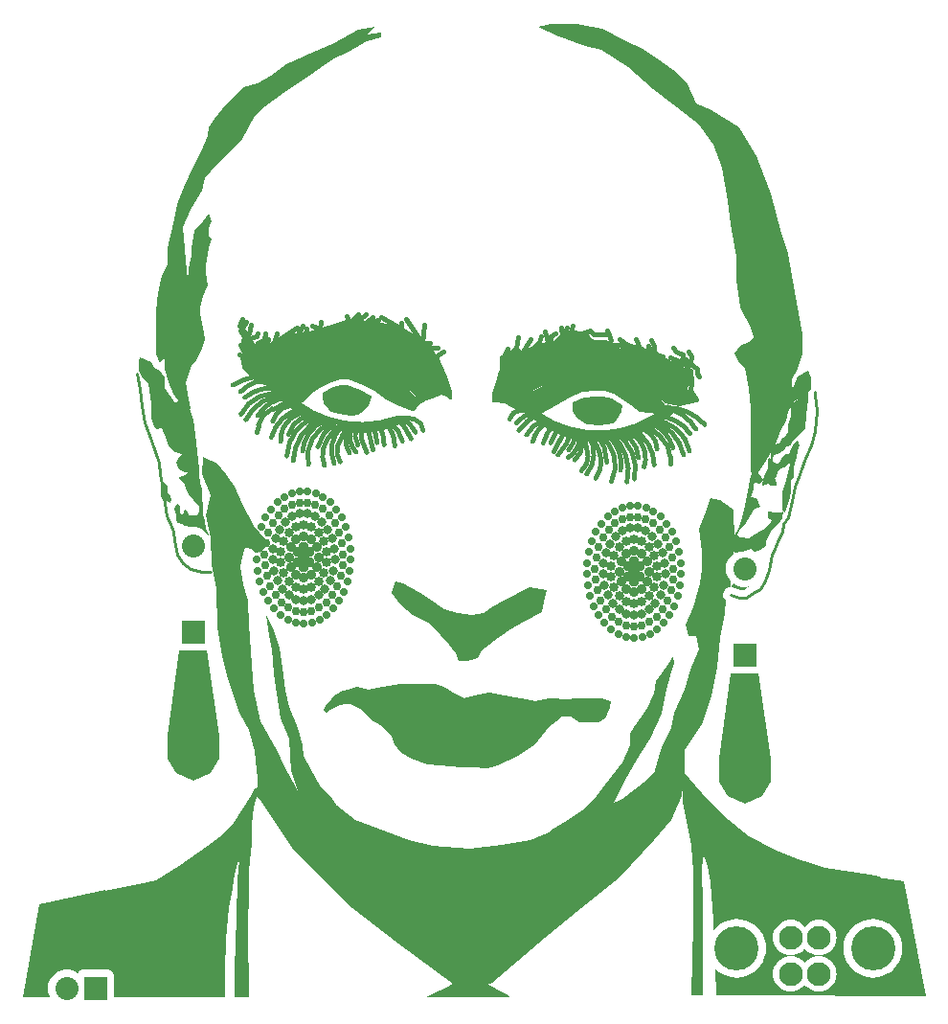
<source format=gtl>
G04 start of page 2 for group 3 layer_idx 0 *
G04 Title: (unknown), top_copper *
G04 Creator: pcb-rnd 3.1.4-dev *
G04 CreationDate: 2024-02-11 09:55:08 UTC *
G04 For: STEM4ukraine *
G04 Format: Gerber/RS-274X *
G04 PCB-Dimensions: 334646 393701 *
G04 PCB-Coordinate-Origin: lower left *
%MOIN*%
%FSLAX25Y25*%
%LNTOP_COPPER_NONE_3*%
%ADD27C,0.0362*%
%ADD26C,0.0906*%
%ADD25C,0.1220*%
%ADD24C,0.0827*%
%ADD23C,0.1535*%
%ADD22C,0.0800*%
%ADD21C,0.0200*%
%ADD20C,0.0295*%
%ADD19C,0.0374*%
%ADD18C,0.0394*%
%ADD17C,0.0276*%
%ADD16C,0.0315*%
%ADD15C,0.0335*%
%ADD14C,0.0354*%
%ADD13C,0.0150*%
%ADD12C,0.0100*%
%ADD11C,0.0001*%
G54D11*G36*
X263000Y212201D02*Y230701D01*
X262500Y237201D01*
X261000Y244701D01*
X259000Y246201D01*
X257500Y249701D01*
X259500Y252201D01*
X262500Y253701D01*
X264000Y255201D01*
X263000Y258701D01*
X259500Y265701D01*
X258000Y275201D01*
Y283201D01*
X256000Y294701D01*
X255000Y302701D01*
X253000Y314201D01*
X250000Y322201D01*
X245000Y329201D01*
X237500Y335201D01*
X229000Y341701D01*
X220500Y349201D01*
X211000Y355201D01*
X205500Y356701D01*
X195500Y360201D01*
X189000Y363201D01*
X193500Y364201D01*
X202500D01*
X211500Y362701D01*
X219000Y358701D01*
X225500Y355701D01*
X231500Y351701D01*
X237500Y347201D01*
X241000Y343201D01*
X244000Y336701D01*
X249500Y334201D01*
X259000Y328201D01*
X265000Y318201D01*
X270000Y305201D01*
X273500Y292701D01*
X276000Y284201D01*
X279000Y267201D01*
X281000Y256201D01*
Y249201D01*
X279500Y244201D01*
X277500Y240701D01*
Y236701D01*
X279500Y241701D01*
X283000Y243701D01*
X284000Y241201D01*
Y237201D01*
X281500Y234201D01*
X278500Y233201D01*
X276000Y229201D01*
X275500Y226201D01*
X273500Y222701D01*
X271500Y217201D01*
X268500Y212201D01*
X263500Y204701D01*
X263000Y212201D01*
G37*
G36*
X270500D02*X270000Y212701D01*
Y214701D01*
X270500Y216701D01*
X272000Y218201D01*
X273000D01*
X274000Y220201D01*
X275000Y220701D01*
X276000Y222201D01*
Y224701D01*
X277000Y227701D01*
Y231701D01*
X283000Y236701D01*
Y233701D01*
X282500Y228201D01*
X282000Y223701D01*
X280500Y221701D01*
X279000Y220701D01*
X277500Y218701D01*
X277000Y217701D01*
X275500Y217201D01*
X275000Y216201D01*
X274000Y215701D01*
X272500Y214701D01*
X271000Y214201D01*
X270500Y211701D01*
Y212201D01*
G37*
G36*
X267000Y204201D02*X267500Y205701D01*
X268000Y207701D01*
X269000Y209701D01*
Y212201D01*
X269500Y213701D01*
X270500Y212201D01*
X272000Y211201D01*
X273000Y211701D01*
X274000Y213701D01*
X275000Y214701D01*
X276500D01*
X277000Y216201D01*
X278000Y218201D01*
X279500Y219701D01*
X280000Y217701D01*
X279500Y215701D01*
X279000Y213201D01*
X278500Y211201D01*
X278000Y209701D01*
Y206701D01*
X277000Y205701D01*
Y201201D01*
X276500Y198201D01*
X275500Y195701D01*
X275000Y194201D01*
X274000Y195201D01*
Y201201D01*
X275500Y205701D01*
X276500Y209701D01*
X277000Y212201D01*
X276500Y211701D01*
X275500Y210201D01*
X273500Y209701D01*
X272500Y208201D01*
X272000Y206701D01*
X271500Y206201D01*
X272000Y204701D01*
Y203701D01*
X270000D01*
X269000Y204201D01*
X267000Y203701D01*
Y204201D01*
G37*
G36*
X265000Y208701D02*X266500Y207201D01*
X267500Y205701D01*
X266500Y204201D01*
X264500Y204701D01*
X264000Y203701D01*
Y202201D01*
X263000Y199701D01*
X265000Y199201D01*
X266500Y196201D01*
X264500Y195701D01*
X261500Y190701D01*
X259500Y188701D01*
X258500Y186701D01*
X259000Y185701D01*
X260000D01*
X262500Y185201D01*
X264500Y186701D01*
X266000Y187701D01*
X267500Y188201D01*
X270000Y190701D01*
X270500Y191701D01*
X269000Y192201D01*
Y194701D01*
X272000Y194201D01*
X273500D01*
X274500Y194701D01*
X274000Y192201D01*
X273000Y190701D01*
X270500Y188201D01*
X268500Y184201D01*
Y182701D01*
X266500Y181201D01*
X264500Y180701D01*
X263000Y181701D01*
X260000Y180701D01*
X257500Y180201D01*
X256500Y182201D01*
X257000Y185701D01*
X259000Y189201D01*
X260000Y192701D01*
X261000Y196701D01*
X262000Y201701D01*
X263000Y207201D01*
X265000Y208701D01*
G37*
G36*
X218000Y229201D02*X216500Y226701D01*
X215000Y225201D01*
X214622Y225050D01*
X213267Y224858D01*
X210267Y224702D01*
X207266Y224811D01*
X206551Y224900D01*
X205500Y225201D01*
X202500Y227201D01*
X201000Y229701D01*
Y232457D01*
X205029Y234247D01*
X209111Y234701D01*
X211720D01*
X214650Y233864D01*
X218364Y231387D01*
X218000Y229201D01*
G37*
G36*
X177500Y232201D02*X174500Y232701D01*
X173000D01*
Y235701D01*
X174500Y239701D01*
X175500Y243701D01*
X181000Y247701D01*
X188000Y251201D01*
X195000Y253701D01*
X202500Y254701D01*
X211000Y252701D01*
X217500Y249201D01*
X223500Y247701D01*
X231500Y244701D01*
X237500Y239701D01*
X242000Y236201D01*
X244000Y232701D01*
X238500Y231201D01*
X233000Y232201D01*
X227500Y238201D01*
X223500Y242701D01*
X218000Y245701D01*
X213000Y246701D01*
X206500Y246201D01*
X200000Y244201D01*
X193000Y239701D01*
X181500Y233701D01*
X180500Y230701D01*
X177500Y232201D01*
G37*
G36*
X90000Y91701D02*X89500Y85701D01*
Y79201D01*
X88500Y69701D01*
Y62201D01*
X88000Y50201D01*
Y42201D01*
X88500Y33201D01*
Y25701D01*
X83500D01*
Y35201D01*
X84000Y53201D01*
X84500Y66701D01*
X85000Y73201D01*
X84500Y72201D01*
X83500Y68201D01*
X82500Y61701D01*
X81500Y56701D01*
X80500Y45701D01*
X80000Y34701D01*
Y25701D01*
X41500D01*
Y32603D01*
X41508Y32701D01*
X41477Y33093D01*
X41477Y33093D01*
X41385Y33476D01*
X41234Y33839D01*
X41029Y34175D01*
X40773Y34474D01*
X40474Y34730D01*
X40138Y34935D01*
X39775Y35086D01*
X39392Y35178D01*
X39000Y35208D01*
X38902Y35201D01*
X31098D01*
X31000Y35208D01*
X30608Y35178D01*
X30608Y35178D01*
X30225Y35086D01*
X29862Y34935D01*
X29526Y34730D01*
X29227Y34474D01*
X28971Y34175D01*
X28843Y33966D01*
X28832Y33976D01*
X27960Y34510D01*
X27015Y34902D01*
X26020Y35141D01*
X25000Y35221D01*
X23980Y35141D01*
X22985Y34902D01*
X22500Y34701D01*
Y59201D01*
X38000Y62701D01*
X48500Y64701D01*
X56000Y66201D01*
X64000Y71201D01*
X74000Y78201D01*
X79500Y82201D01*
X83000Y86201D01*
X89000Y95701D01*
X90500Y98201D01*
X91500D01*
X91000Y95201D01*
X90000Y91701D01*
G37*
G36*
X115500Y124701D02*X114500Y125701D01*
X115500Y127701D01*
X117000Y129201D01*
X118000Y130701D01*
X121000Y132201D01*
X126000Y133201D01*
X123500Y132201D01*
X121000Y130701D01*
X121500Y129701D01*
X125000Y128201D01*
X123500Y127701D01*
X122000D01*
X120000Y127201D01*
X116000Y125201D01*
X115500Y124701D01*
G37*
G36*
X133500Y122201D02*X138000Y119201D01*
X143000Y115701D01*
X149500Y114201D01*
X160000Y112701D01*
X168000D01*
X176500Y113701D01*
X183500Y116701D01*
X192000Y120201D01*
X198000Y126201D01*
X193500Y120201D01*
X190500Y116701D01*
X188000Y113701D01*
X182000Y109701D01*
X175000Y106201D01*
X171500Y105201D01*
X166500Y105701D01*
X162000D01*
X155000Y106201D01*
X150500Y106701D01*
X145000Y108701D01*
X141500Y110701D01*
X139000Y113701D01*
X138000Y116701D01*
X132000Y122701D01*
X133500Y122201D01*
G37*
G36*
X123000Y132701D02*X126000Y133701D01*
X130000Y132701D01*
X135000Y133701D01*
X141000Y134701D01*
X153000D01*
X156000Y133701D01*
X159000Y131701D01*
X163000Y129701D01*
X167000Y130701D01*
X172000Y131701D01*
X188000Y128701D01*
X193000Y129701D01*
X198500Y129201D01*
Y125701D01*
X195500Y122701D01*
X191000Y119701D01*
X176000Y113701D01*
X169000Y112701D01*
X161000D01*
X152500Y113701D01*
X143000Y115701D01*
X139000Y118701D01*
X132000Y122701D01*
X128000Y126701D01*
X124000Y128701D01*
X120000Y129701D01*
Y130701D01*
X123000Y132701D01*
G37*
G36*
X115500Y124701D02*X114500Y125701D01*
X115500Y127701D01*
X117000Y129201D01*
X118000Y130701D01*
X121000Y132201D01*
X126000Y133201D01*
X123500Y132201D01*
X121000Y130701D01*
X121500Y129701D01*
X125000Y128201D01*
X123500Y127701D01*
X122000D01*
X120000Y127201D01*
X116000Y125201D01*
X115500Y124701D01*
G37*
G36*
X133500Y122201D02*X138000Y119201D01*
X143000Y115701D01*
X149500Y114201D01*
X160000Y112701D01*
X168000D01*
X176500Y113701D01*
X183500Y116701D01*
X192000Y120201D01*
X198000Y126201D01*
X193500Y120201D01*
X190500Y116701D01*
X188000Y113701D01*
X182000Y109701D01*
X175000Y106201D01*
X171500Y105201D01*
X166500Y105701D01*
X162000D01*
X155000Y106201D01*
X150500Y106701D01*
X145000Y108701D01*
X141500Y110701D01*
X139000Y113701D01*
X138000Y116701D01*
X132000Y122701D01*
X133500Y122201D01*
G37*
G36*
X256500Y168701D02*X256954Y169609D01*
X257168Y169426D01*
X258040Y168891D01*
X258985Y168500D01*
X259980Y168261D01*
X261000Y168181D01*
X262020Y168261D01*
X262510Y168379D01*
X260743Y167201D01*
X259406D01*
X256791Y168072D01*
X256701Y168096D01*
X256500Y168701D01*
G37*
G36*
X229000Y102201D02*X231000Y109201D01*
X232500Y113201D01*
X235500Y119201D01*
X236500Y124701D01*
X240000Y132701D01*
X242000Y139701D01*
X245000Y146701D01*
X244000Y151201D01*
X241500D01*
X240500Y155201D01*
X243000Y161201D01*
X245500Y169701D01*
X246000Y174701D01*
Y180701D01*
X245000Y188701D01*
X247000Y193701D01*
X249000Y199201D01*
X252500Y198701D01*
X257000Y195201D01*
X257500Y184701D01*
X257047Y179873D01*
X256390Y179311D01*
X255725Y178533D01*
X255191Y177661D01*
X254799Y176716D01*
X254560Y175721D01*
X254480Y174701D01*
X254560Y173681D01*
X254799Y172686D01*
X255191Y171741D01*
X255725Y170868D01*
X256156Y170364D01*
X256000Y168701D01*
X255831Y168195D01*
X255627Y168181D01*
X255243Y168092D01*
X254879Y167944D01*
X254541Y167741D01*
X254240Y167487D01*
X253982Y167190D01*
X253774Y166856D01*
X253621Y166494D01*
X253526Y166112D01*
X253492Y165720D01*
X253520Y165327D01*
X253609Y164944D01*
X253757Y164579D01*
X253960Y164242D01*
X254213Y163941D01*
X254453Y163733D01*
X254000Y159201D01*
X252500Y150701D01*
X251500Y140701D01*
X249500Y130201D01*
X246000Y120701D01*
X240000Y111701D01*
X229000Y102201D01*
G37*
G36*
X194000Y122201D02*X198000Y125701D01*
X199500Y129201D01*
X198500D01*
X203000Y129701D01*
X211500D01*
X214500Y128701D01*
X214000Y126201D01*
X212500Y122701D01*
X210000Y121201D01*
X203500D01*
X200500Y123201D01*
X197500D01*
X194000Y121201D01*
Y122201D01*
G37*
G36*
X270000Y100701D02*X267000Y95701D01*
X261000Y92953D01*
X255000Y95701D01*
X252000Y100701D01*
Y108701D01*
X256119Y138360D01*
X256225Y138316D01*
X256608Y138224D01*
X257000Y138193D01*
X257098Y138201D01*
X264902D01*
X265000Y138193D01*
X265392Y138224D01*
X265392Y138224D01*
X265775Y138316D01*
X265881Y138360D01*
X270000Y108701D01*
Y100701D01*
G37*
G36*
X154000Y27701D02*X156500Y28701D01*
X159500Y30201D01*
X171000D01*
X178000Y26701D01*
X179500Y25701D01*
X150000D01*
X152000Y26701D01*
X154000Y27701D01*
G37*
G36*
X194000Y122201D02*X198000Y125701D01*
X199500Y129201D01*
X198500D01*
X203000Y129701D01*
X211500D01*
X214500Y128701D01*
X214000Y126201D01*
X212500Y122701D01*
X210000Y121201D01*
X203500D01*
X200500Y123201D01*
X197500D01*
X194000Y121201D01*
Y122201D01*
G37*
G36*
X193500Y83701D02*X199500Y87201D01*
X204500Y90701D01*
X208500Y94201D01*
X212500Y99701D01*
X218500Y107201D01*
X221000Y113201D01*
Y117201D01*
X222500Y119701D01*
X225000Y123201D01*
X227000Y126201D01*
X229500Y131201D01*
X230000Y135701D01*
X232000Y138201D01*
X234500Y141701D01*
X236000Y144201D01*
X236500Y141701D01*
X235000Y137701D01*
X233500Y131201D01*
X232000Y124201D01*
X228000Y115701D01*
X223500Y108201D01*
X219500Y101201D01*
X215500Y93201D01*
X213000Y88701D01*
X210000Y83701D01*
X188000Y75201D01*
X189500Y77701D01*
X193500Y83701D01*
G37*
G36*
X125500Y87201D02*X136000Y83201D01*
X144000Y80201D01*
X152500Y78201D01*
X165500Y77201D01*
X176500Y78701D01*
X186500Y80201D01*
X194500Y83701D01*
X218500Y94701D01*
X227000Y101201D01*
X232500Y107201D01*
X240000Y112201D01*
Y104701D01*
X239000Y95701D01*
X235500Y87201D01*
X229500Y80201D01*
X217500Y67201D01*
X202500Y55201D01*
X191500Y46201D01*
X173000Y30701D01*
X170500Y29701D01*
X159500Y30201D01*
X140500Y44201D01*
X124500Y56701D01*
X103500Y77701D01*
X92000Y94701D01*
X119000Y92201D01*
X125500Y87201D01*
G37*
G36*
X86000Y178701D02*X85500Y175201D01*
X86500Y169201D01*
X88000Y163701D01*
X88500Y155201D01*
X89500Y141201D01*
X90000Y132201D01*
X92500Y121701D01*
X98000Y111701D01*
X101000Y105201D01*
X108000Y92701D01*
X106500Y88701D01*
X96000Y89701D01*
X91000Y95701D01*
X91500Y101701D01*
X90500Y111201D01*
X88500Y118701D01*
X85000Y124701D01*
X81000Y136201D01*
X79000Y144201D01*
X77500Y154201D01*
X77000Y167701D01*
X75500Y176201D01*
X75000Y185701D01*
X73500Y193201D01*
X75000Y200201D01*
X72000Y207701D01*
X72500Y213701D01*
X77500Y211201D01*
X80500Y207701D01*
X83500Y203201D01*
X86000Y197201D01*
X90000Y189701D01*
X94500Y184701D01*
X95000Y183201D01*
X92500Y180201D01*
X87000Y182201D01*
X86000Y178701D01*
G37*
G36*
X78000Y108701D02*X75000Y103701D01*
X69000Y100953D01*
X63000Y103701D01*
X60000Y108701D01*
Y116701D01*
X64119Y146360D01*
X64225Y146316D01*
X64608Y146224D01*
X65000Y146193D01*
X65098Y146201D01*
X72902D01*
X73000Y146193D01*
X73392Y146224D01*
X73392Y146224D01*
X73775Y146316D01*
X73881Y146360D01*
X78000Y116701D01*
Y108701D01*
G37*
G36*
X97000Y153201D02*X99000Y147201D01*
X100000Y140201D01*
X101000Y132201D01*
X102500Y126701D01*
X105500Y119201D01*
X107000Y113201D01*
X107500Y109701D01*
X110000Y104701D01*
X113000Y99201D01*
X117500Y94701D01*
X119500Y91701D01*
X120000Y85701D01*
X110500Y90201D01*
X107000Y92701D01*
X103000Y104201D01*
X102500Y115701D01*
X99500Y122701D01*
X98000Y131201D01*
X97000Y138201D01*
X96500Y146701D01*
X95500Y151701D01*
X94500Y158701D01*
X97000Y153201D01*
G37*
G36*
X160500Y145201D02*X158000Y148201D01*
X155000Y151701D01*
X151500Y155701D01*
X145500Y158701D01*
X141000Y162201D01*
X138000Y166201D01*
X139500Y170201D01*
X142000Y169701D01*
X144500Y168201D01*
X148000Y166201D01*
X152000Y163701D01*
X156500Y160701D01*
X161000Y159201D01*
X166000Y158701D01*
X170000Y159201D01*
X173500Y161701D01*
X177000Y163701D01*
X186000Y168201D01*
X192000Y167201D01*
X191000Y163201D01*
X190500Y159701D01*
X184000Y156201D01*
X179500Y153701D01*
X175000Y150701D01*
X169500Y146201D01*
X168000Y143701D01*
X164500Y142701D01*
X161500D01*
X160500Y145201D01*
G37*
G36*
X69000Y208201D02*X66000D01*
X64000Y209201D01*
X63000Y211701D01*
X64000Y213701D01*
X65000Y214701D01*
X62000Y215701D01*
X60500Y217701D01*
X59000Y221201D01*
X58000Y223701D01*
X56000Y223201D01*
X55500Y224201D01*
X54500Y227201D01*
Y232201D01*
X54000Y234701D01*
X53500Y239201D01*
X51000Y241701D01*
X50000Y243701D01*
Y246701D01*
X50500Y248201D01*
X52000Y247701D01*
X54500Y246701D01*
X55500Y244701D01*
X57500Y243701D01*
X59000Y241201D01*
Y237701D01*
X62000Y233201D01*
X63000Y232201D01*
X64000Y233701D01*
X67500Y231701D01*
X69000Y226701D01*
X70000Y218701D01*
X71000Y209701D01*
X69000Y208201D01*
G37*
G36*
X68000Y189201D02*X66000Y189701D01*
X65500Y190201D01*
X63500Y190701D01*
X63463Y190775D01*
X63392Y190952D01*
X63391Y190958D01*
X63377Y190990D01*
X63321Y191129D01*
X63277Y191223D01*
X63236Y191319D01*
X63169Y191453D01*
X63154Y191485D01*
X63151Y191490D01*
X63000Y191791D01*
Y193701D01*
X62500Y195701D01*
X63500Y197201D01*
X64500Y196701D01*
Y194201D01*
X65500Y193201D01*
X66000Y195201D01*
X67000Y194701D01*
X67500Y193701D01*
Y193201D01*
X70500D01*
X71000Y194701D01*
Y196701D01*
X69000Y198701D01*
X67500Y200701D01*
X66500Y202701D01*
X66000Y204201D01*
X64500Y205701D01*
X64000Y206701D01*
X66000Y207201D01*
X67500Y208201D01*
X68500Y209201D01*
X71000Y209701D01*
Y207201D01*
X71500Y204701D01*
X72000Y202701D01*
Y199201D01*
X72500Y196701D01*
Y193701D01*
X73000Y191701D01*
X73500Y188701D01*
X74500Y186701D01*
X74578Y186039D01*
X74275Y186533D01*
X73610Y187311D01*
X72832Y187976D01*
X71960Y188510D01*
X71015Y188902D01*
X70020Y189141D01*
X69000Y189221D01*
X68142Y189153D01*
X68000Y189201D01*
G37*
G36*
X59500Y198701D02*X59000Y199701D01*
X58500Y201201D01*
Y205201D01*
X60000Y203201D01*
Y201201D01*
X61000Y200201D01*
X61500Y198701D01*
X61000Y197701D01*
X59500Y198701D01*
G37*
G36*
X146500Y234701D02*X138000Y243701D01*
X133500Y246201D01*
X128000Y247701D01*
X122000D01*
X115000Y246701D01*
X107500Y244201D01*
X103500Y242201D01*
X100500Y239201D01*
X99000Y235201D01*
X97500Y236701D01*
X94000Y238701D01*
X91000Y239201D01*
X86000Y244701D01*
X85500Y248201D01*
X88500Y247701D01*
X93000Y250701D01*
X96500Y253701D01*
X102500Y256201D01*
X109500Y257201D01*
X116000Y259201D01*
X123500Y261701D01*
X133500Y260701D01*
X142000Y258701D01*
X150500Y253201D01*
X154500Y248201D01*
X157000Y242201D01*
X158500Y238701D01*
X159000Y236201D01*
Y233701D01*
X158500D01*
X157500Y234701D01*
X155500Y235201D01*
X153000Y234201D01*
X150000Y233201D01*
X147500Y231701D01*
X146500Y234701D01*
G37*
G36*
X67000Y274701D02*X67500Y279201D01*
X68500Y283701D01*
Y286201D01*
X69500Y292201D01*
X72500Y295701D01*
X74500Y298201D01*
X75500Y295701D01*
X74500Y293201D01*
Y290701D01*
X75500Y289201D01*
X74500Y286201D01*
X73500Y280201D01*
Y277701D01*
X74000Y273201D01*
X72500Y269701D01*
X71500Y265701D01*
Y263201D01*
X72500Y258701D01*
X73000Y254701D01*
X72000Y251201D01*
X70000Y247201D01*
X68500Y245201D01*
X66500Y239701D01*
X67000Y235701D01*
X68000Y230201D01*
X63500Y233701D01*
X62000Y235701D01*
X60500Y239701D01*
X59000Y244201D01*
Y248201D01*
X57500Y246201D01*
X56000Y249201D01*
Y263201D01*
X56500Y268201D01*
X57000Y272201D01*
X58000Y276701D01*
X60000Y280701D01*
Y286201D01*
X61000Y290701D01*
X62500Y296201D01*
X63500Y301701D01*
X66000Y308201D01*
X69000Y314701D01*
X72000Y320701D01*
X74000Y325201D01*
X74500Y328201D01*
X76500Y331201D01*
X80500Y336201D01*
X86500Y342201D01*
X91500Y343701D01*
X96000Y346201D01*
X101500Y350201D01*
X111000Y354701D01*
X117500Y357201D01*
X126500Y362201D01*
X132500Y363201D01*
X129500Y360701D01*
X134500Y361201D01*
Y359701D01*
X129500Y358201D01*
X123000Y354701D01*
X118000Y352201D01*
X114000Y349701D01*
X109500Y346201D01*
X100500Y340201D01*
X94000Y335701D01*
X90500Y332201D01*
X86000Y324201D01*
X77000Y315201D01*
X73000Y310701D01*
X72000Y306201D01*
X68000Y299701D01*
X65500Y293701D01*
X67000Y274701D01*
G37*
G36*
X131000Y234201D02*X130000Y231701D01*
X128500Y229701D01*
X126500Y228201D01*
X124544Y227810D01*
X124347Y227819D01*
X121372Y228230D01*
X118444Y228901D01*
X117190Y229308D01*
X116000Y230201D01*
X114500Y232201D01*
X114000Y234201D01*
Y235964D01*
X114006Y235968D01*
X117767Y237848D01*
X120325Y238701D01*
X122615D01*
X127180Y236875D01*
X130944Y234993D01*
X131000Y234951D01*
Y234201D01*
G37*
G36*
X41007Y34200D02*X40773Y34474D01*
X40474Y34730D01*
X40138Y34935D01*
X39775Y35086D01*
X39392Y35178D01*
X39000Y35208D01*
X38902Y35201D01*
X31098D01*
X31000Y35208D01*
X30608Y35178D01*
X30608Y35178D01*
X30225Y35086D01*
X29862Y34935D01*
X29526Y34730D01*
X29227Y34474D01*
X28971Y34175D01*
X28843Y33966D01*
X28832Y33976D01*
X27960Y34510D01*
X27015Y34902D01*
X26020Y35141D01*
X25000Y35221D01*
X23980Y35141D01*
X22985Y34902D01*
X22040Y34510D01*
X21168Y33976D01*
X20390Y33311D01*
X19725Y32533D01*
X19191Y31661D01*
X18799Y30716D01*
X18560Y29721D01*
X18480Y28701D01*
X18560Y27681D01*
X18799Y26686D01*
X19191Y25741D01*
X19254Y25638D01*
X9646D01*
X15354Y57724D01*
X38583Y62843D01*
X41007Y34200D01*
G37*
G36*
X316535Y65992D02*X324016Y25835D01*
X292520D01*
X295517Y41248D01*
X295539Y40962D01*
X295913Y39404D01*
X296526Y37924D01*
X297363Y36559D01*
X298404Y35341D01*
X299622Y34300D01*
X300987Y33463D01*
X302467Y32850D01*
X304025Y32476D01*
X305622Y32350D01*
X307219Y32476D01*
X308777Y32850D01*
X310257Y33463D01*
X311622Y34300D01*
X312841Y35341D01*
X313881Y36559D01*
X314718Y37924D01*
X315331Y39404D01*
X315705Y40962D01*
X315799Y42559D01*
X315705Y44156D01*
X315331Y45714D01*
X314718Y47194D01*
X313881Y48559D01*
X312841Y49778D01*
X311622Y50818D01*
X310257Y51655D01*
X308777Y52268D01*
X307219Y52642D01*
X305622Y52768D01*
X304025Y52642D01*
X302467Y52268D01*
X300987Y51655D01*
X299622Y50818D01*
X298404Y49778D01*
X297363Y48559D01*
X296741Y47544D01*
X300787Y68354D01*
X316535Y65992D01*
G37*
G36*
X289000Y70701D02*X304500Y68201D01*
X308000Y67701D01*
Y52454D01*
X307219Y52642D01*
X305622Y52768D01*
X304025Y52642D01*
X302467Y52268D01*
X300987Y51655D01*
X299622Y50818D01*
X298404Y49778D01*
X297363Y48559D01*
X296526Y47194D01*
X295913Y45714D01*
X295539Y44156D01*
X295413Y42559D01*
X295539Y40962D01*
X295913Y39404D01*
X296526Y37924D01*
X297363Y36559D01*
X298404Y35341D01*
X299622Y34300D01*
X300987Y33463D01*
X302467Y32850D01*
X304025Y32476D01*
X305622Y32350D01*
X307219Y32476D01*
X308000Y32664D01*
Y26201D01*
X281912D01*
Y30007D01*
X281921Y30018D01*
X282492Y29350D01*
X283226Y28723D01*
X284049Y28219D01*
X284941Y27849D01*
X285880Y27624D01*
X286843Y27548D01*
X287805Y27624D01*
X288744Y27849D01*
X289636Y28219D01*
X290459Y28723D01*
X291193Y29350D01*
X291820Y30084D01*
X292325Y30907D01*
X292694Y31799D01*
X292920Y32738D01*
X292976Y33701D01*
X292920Y34663D01*
X292694Y35602D01*
X292325Y36494D01*
X291820Y37317D01*
X291193Y38051D01*
X290459Y38678D01*
X289636Y39183D01*
X288744Y39552D01*
X287805Y39778D01*
X286843Y39854D01*
X285880Y39778D01*
X284941Y39552D01*
X284049Y39183D01*
X283226Y38678D01*
X282492Y38051D01*
X281921Y37383D01*
X281912Y37394D01*
Y42606D01*
X281921Y42617D01*
X282492Y41949D01*
X283226Y41322D01*
X284049Y40817D01*
X284941Y40448D01*
X285880Y40222D01*
X286843Y40146D01*
X287805Y40222D01*
X288744Y40448D01*
X289636Y40817D01*
X290459Y41322D01*
X291193Y41949D01*
X291820Y42683D01*
X292325Y43506D01*
X292694Y44398D01*
X292920Y45337D01*
X292976Y46299D01*
X292920Y47262D01*
X292694Y48201D01*
X292325Y49093D01*
X291820Y49916D01*
X291193Y50650D01*
X290459Y51277D01*
X289636Y51781D01*
X288744Y52151D01*
X287805Y52376D01*
X286843Y52452D01*
X285880Y52376D01*
X284941Y52151D01*
X284049Y51781D01*
X283226Y51277D01*
X282492Y50650D01*
X281921Y49982D01*
X281912Y49993D01*
Y72786D01*
X289000Y70701D01*
G37*
G36*
X246000Y96701D02*X255500Y87201D01*
X262500Y81701D01*
X272000Y76701D01*
X280500Y73201D01*
X281912Y72786D01*
Y49993D01*
X281351Y50650D01*
X280617Y51277D01*
X279793Y51781D01*
X278901Y52151D01*
X277963Y52376D01*
X277000Y52452D01*
X276037Y52376D01*
X275099Y52151D01*
X274207Y51781D01*
X273383Y51277D01*
X272649Y50650D01*
X272022Y49916D01*
X271518Y49093D01*
X271148Y48201D01*
X270923Y47262D01*
X270847Y46299D01*
X270923Y45337D01*
X271148Y44398D01*
X271518Y43506D01*
X272022Y42683D01*
X272649Y41949D01*
X273383Y41322D01*
X274207Y40817D01*
X275099Y40448D01*
X276037Y40222D01*
X277000Y40146D01*
X277963Y40222D01*
X278901Y40448D01*
X279793Y40817D01*
X280617Y41322D01*
X281351Y41949D01*
X281912Y42606D01*
Y37394D01*
X281351Y38051D01*
X280617Y38678D01*
X279793Y39183D01*
X278901Y39552D01*
X277963Y39778D01*
X277000Y39854D01*
X276037Y39778D01*
X275099Y39552D01*
X274207Y39183D01*
X273383Y38678D01*
X272649Y38051D01*
X272022Y37317D01*
X271518Y36494D01*
X271148Y35602D01*
X270923Y34663D01*
X270847Y33701D01*
X270923Y32738D01*
X271148Y31799D01*
X271518Y30907D01*
X272022Y30084D01*
X272649Y29350D01*
X273383Y28723D01*
X274207Y28219D01*
X275099Y27849D01*
X276037Y27624D01*
X277000Y27548D01*
X277963Y27624D01*
X278901Y27849D01*
X279793Y28219D01*
X280617Y28723D01*
X281351Y29350D01*
X281912Y30007D01*
Y26201D01*
X251000D01*
X250694Y35702D01*
X251002Y35341D01*
X252220Y34300D01*
X253586Y33463D01*
X255066Y32850D01*
X256624Y32476D01*
X258220Y32350D01*
X259817Y32476D01*
X261375Y32850D01*
X262855Y33463D01*
X264221Y34300D01*
X265439Y35341D01*
X266479Y36559D01*
X267316Y37924D01*
X267929Y39404D01*
X268303Y40962D01*
X268398Y42559D01*
X268303Y44156D01*
X267929Y45714D01*
X267316Y47194D01*
X266479Y48559D01*
X265439Y49778D01*
X264221Y50818D01*
X262855Y51655D01*
X261375Y52268D01*
X259817Y52642D01*
X258220Y52768D01*
X256624Y52642D01*
X255066Y52268D01*
X253586Y51655D01*
X252220Y50818D01*
X251002Y49778D01*
X250177Y48811D01*
X250000Y52701D01*
X249000Y65701D01*
X248000Y71201D01*
X247000Y74201D01*
X246500D01*
X246000Y69701D01*
X246500Y58701D01*
Y26201D01*
X242500D01*
X243000Y51201D01*
Y69201D01*
X242500Y78201D01*
X240500Y88701D01*
X239500Y93701D01*
Y99201D01*
X239000Y104201D01*
X239500D01*
X246000Y96701D01*
G37*
G54D12*X68000Y174701D02*X65500Y176701D01*
X63500Y179701D01*
X62500Y184701D01*
X62000Y187701D01*
G54D13*X85000Y249201D02*X87750Y248201D01*
X89000D02*X90315Y250016D01*
X91707Y224676D02*X91060Y222262D01*
G54D12*X75000Y173701D02*X72000D01*
X68000Y174701D01*
G54D14*X102995Y175059D03*
G54D15*X100559Y173091D03*
G54D16*X97203Y174017D03*
G54D17*X91418Y173849D03*
G54D18*X107500Y178701D03*
G54D19*Y175354D03*
X105430Y177028D03*
G54D14*X102298Y178701D03*
G54D15*X99607Y176752D03*
G54D16*X96695Y177749D03*
G54D17*X91064Y177723D03*
G54D20*X94018Y175809D03*
X93879Y179668D03*
G54D15*X102348Y187296D03*
X104759Y189245D03*
X107500Y189921D03*
G54D16*X99158Y188363D03*
G54D19*X105430Y180374D03*
G54D14*X104899Y185008D03*
X107500Y185984D03*
G54D20*X100881Y195396D03*
G54D17*X94273Y192396D03*
X96117Y195329D03*
X98288Y197783D03*
G54D16*X101136Y190963D03*
G54D20*X96715Y190389D03*
X98616Y193189D03*
G54D17*X100724Y199688D03*
G54D16*X103514Y192794D03*
G54D20*X103417Y196920D03*
G54D17*X103355Y200989D03*
G54D16*X106143Y193739D03*
G54D20*X106120Y197697D03*
G54D17*X106105Y201649D03*
G54D16*X108857Y193739D03*
G54D20*X108880Y197697D03*
G54D17*X108895Y201649D03*
G54D15*X100559Y184311D03*
G54D16*X96865Y181541D03*
X97704Y185155D03*
G54D20*X94296Y183487D03*
G54D19*X107500Y182047D03*
G54D14*X102995Y182343D03*
G54D15*X99607Y180649D03*
G54D20*X95255Y187110D03*
G54D17*X91182Y181626D03*
X91770Y185445D03*
X92810Y189070D03*
G54D14*X110101Y185008D03*
G54D15*X110241Y189245D03*
X112652Y187296D03*
X114441Y184311D03*
G54D16*X115842Y188363D03*
X117296Y185155D03*
G54D20*X119745Y187110D03*
X120704Y183487D03*
G54D17*X122190Y189070D03*
X123230Y185445D03*
G54D19*X109570Y180374D03*
G54D14*X112005Y182343D03*
X112702Y178701D03*
G54D15*X115393Y180649D03*
G54D16*X118135Y181541D03*
G54D20*X121121Y179668D03*
G54D17*X123818Y181626D03*
X123936Y177723D03*
G54D15*X115393Y176752D03*
G54D16*X118305Y177749D03*
X117797Y174017D03*
G54D20*X120982Y175809D03*
X120290Y172069D03*
G54D17*X123582Y173849D03*
X122765Y170113D03*
G54D16*X111486Y192794D03*
G54D20*X111583Y196920D03*
G54D17*X111645Y200989D03*
X114276Y199688D03*
G54D16*X113864Y190963D03*
G54D20*X114119Y195396D03*
G54D17*X116712Y197783D03*
G54D20*X116384Y193189D03*
X118285Y190389D03*
G54D17*X118883Y195329D03*
X120727Y192396D03*
G54D19*X109570Y177028D03*
G54D14*X104899Y172393D03*
X112005Y175059D03*
X107500Y171417D03*
X110101Y172393D03*
G54D15*X104759Y168157D03*
X107500Y167480D03*
G54D16*Y163543D03*
X104807Y164020D03*
X110193D03*
G54D20*X107500Y159606D03*
X104754Y159997D03*
X110246D03*
G54D17*X107500Y155669D03*
X104720Y156000D03*
X110280D03*
G54D15*X102348Y170105D03*
G54D16*X100089Y167651D03*
X98359Y170579D03*
X102284Y165418D03*
G54D20*X102121Y161154D03*
X99709Y163029D03*
X97615Y165545D03*
G54D17*X97165Y160781D03*
X95151Y163485D03*
G54D20*X95925Y168600D03*
G54D17*X93491Y166625D03*
X92235Y170113D03*
G54D20*X94710Y172069D03*
G54D17*X102019Y156985D03*
X99477Y158594D03*
G54D15*X114441Y173091D03*
X112652Y170105D03*
G54D16*X116641Y170579D03*
X114911Y167651D03*
X112716Y165418D03*
G54D20*X119075Y168600D03*
X117385Y165545D03*
X115291Y163029D03*
X112879Y161154D03*
G54D17*X112981Y156985D03*
X121509Y166625D03*
X119849Y163485D03*
X117835Y160781D03*
X115523Y158594D03*
G54D15*X110241Y168157D03*
G54D13*X182000Y250701D02*X179500Y246201D01*
X178000Y245201D02*X180000Y250201D01*
X176500Y243201D02*Y248201D01*
X156000Y250201D02*X153500Y248701D01*
X154000Y251701D02*X151000D01*
X148844Y253201D02*X151500D01*
X96655Y230325D02*X102281Y233231D01*
X129422Y224406D02*X131344Y216126D01*
X187500Y251701D02*X183174Y249527D01*
X182000Y247701D02*Y250701D01*
X180000Y250201D02*X181500Y251701D01*
X178500Y251201D02*X178000Y245201D01*
X176500Y247201D02*X178500Y251201D01*
X90315Y250016D02*X87250Y254451D01*
X88026Y255674D02*X91500Y249201D01*
X91000Y255701D02*X91500Y256701D01*
X86500Y254201D02*X91000Y255701D01*
X86781Y252982D02*X89000Y248201D01*
X91675Y248875D02*X86781Y252982D01*
X91500Y253201D02*X93583Y254201D01*
X88000Y247701D02*X86500Y254201D01*
X85500Y252701D02*X88000Y247701D01*
X94000Y256701D02*X93000Y250701D01*
X93583Y254201D02*X91675Y248875D01*
X91500Y249201D02*Y253201D01*
X95000Y254701D02*X94500Y251201D01*
X85000Y259201D02*X88026Y255674D01*
X89000Y259701D02*X88500Y256701D01*
X98000D02*X97000Y253201D01*
X107000Y259201D02*X105000Y255701D01*
X97000Y253201D02*X105000Y258701D01*
X113000Y258201D02*X113500Y260701D01*
X110500Y259201D02*X113000Y258201D01*
X108500D02*X108000Y256201D01*
X129000Y260201D02*X133500Y261201D01*
X141500Y258201D02*Y260201D01*
X134500Y262201D02*X141500Y258201D01*
X149500Y259701D02*X148844Y253201D01*
X148500Y253701D02*X143000Y261701D01*
X131500Y262201D02*X129000Y260201D01*
Y263201D02*X125500Y260201D01*
X126500Y263201D02*X123500Y260201D01*
X122500Y262701D01*
X86000Y261701D02*X85000Y259201D01*
X85500Y257701D02*X87500Y260701D01*
Y254534D02*X85500Y257701D01*
X88500Y256701D02*X87500Y254534D01*
X183174Y249527D02*X192643Y253201D01*
X189500Y253701D02*X187500Y251701D01*
X190000Y255701D02*X189500Y253701D01*
G54D21*X204000Y254701D02*X197500Y254201D01*
G54D13*X200500Y255701D01*
X193500D02*Y253701D01*
X192500Y251201D02*X197000Y255451D01*
X192500Y253701D02*X193000Y252201D01*
X186500Y254701D02*X182000Y247701D01*
X198500Y223201D02*X194500Y215701D01*
G54D17*X206064Y172723D03*
X206182Y176626D03*
X206770Y180445D03*
G54D13*X181500Y251701D02*X182000Y255201D01*
G54D21*X211000Y252701D02*X204000Y254701D01*
G54D13*X215500Y252701D02*X217000Y250701D01*
X212500Y253701D02*X214000Y252701D01*
X207500Y253701D02*X212500D01*
G54D21*X217500Y249201D02*X211000Y252701D01*
G54D13*X217000Y250701D02*X219000Y251201D01*
X214000Y252701D02*X218000D01*
X213643Y256201D02*X208500D01*
X217500Y254701D02*X220000Y252701D01*
X219000Y251201D02*X220500Y252301D01*
X220000Y252701D02*X223500Y251701D01*
G54D22*X221500Y248701D02*X224000Y247201D01*
G54D13*X225500Y251034D02*X226000Y248701D01*
X227500Y252201D02*X228500Y246201D01*
X226000Y250701D02*X228000Y251201D01*
X224500Y251701D02*X226000Y250701D01*
X223000Y254701D02*X224500Y251701D01*
X229500Y252201D02*Y248701D01*
X228500Y254201D02*X229500Y252201D01*
X233500Y247201D02*X235000Y246201D01*
X231500Y247201D02*X233500D01*
X235000Y248201D02*X237500Y247201D01*
X230500Y249201D02*X232500Y248701D01*
G54D22*X236500Y242201D02*X229500Y243701D01*
G54D13*X237500Y247201D02*X238000Y245201D01*
X240500Y243701D02*Y240701D01*
X228000Y251201D02*X230500Y249201D01*
G54D22*X238500Y240701D02*X236500Y242201D01*
G54D13*X235000Y246201D02*X240500Y247401D01*
X238000Y245201D02*X241444Y246645D01*
X242500Y239701D02*X242000Y243701D01*
Y236701D02*X242500Y239701D01*
X244000Y233701D02*X242000Y236701D01*
X241444Y246645D02*X238500Y237701D01*
X240500Y240701D02*X240000Y237201D01*
X242000Y246201D02*X240500Y243701D01*
X242500Y248701D02*X242000Y246201D01*
X241500Y250201D02*X242500Y248701D01*
X239500Y249201D02*Y248201D01*
X237000Y250201D02*X239500Y249201D01*
X236000Y251701D02*X237000Y250201D01*
X226000Y248701D02*X231500Y247201D01*
X244500Y242701D02*X245000Y241701D01*
X231683Y220438D02*X227000Y224701D01*
X235000Y213701D02*Y211201D01*
G54D18*X222500Y173701D03*
G54D19*X220430Y175374D03*
X222500Y177047D03*
X224570Y175374D03*
G54D14*X227005Y177343D03*
X227702Y173701D03*
G54D15*X230393Y175649D03*
G54D16*X233135Y176541D03*
G54D20*X236121Y174668D03*
G54D17*X238818Y176626D03*
X238936Y172723D03*
G54D14*X217298Y173701D03*
G54D15*X214607Y175649D03*
G54D16*X211865Y176541D03*
G54D20*X208879Y174668D03*
X209296Y178487D03*
G54D15*X217348Y182296D03*
G54D16*X212704Y180155D03*
X214158Y183363D03*
X216136Y185963D03*
X218514Y187794D03*
G54D14*X217995Y177343D03*
G54D15*X215559Y179311D03*
G54D20*X210255Y182110D03*
G54D17*X207810Y184070D03*
G54D20*X211715Y185389D03*
G54D17*X209273Y187396D03*
X211117Y190329D03*
G54D20*X213616Y188189D03*
G54D17*X213288Y192783D03*
G54D20*X215881Y190396D03*
X218417Y191920D03*
G54D17*X215724Y194688D03*
X218355Y195989D03*
G54D16*X221143Y188739D03*
G54D20*X221120Y192697D03*
X223880D03*
X226583Y191920D03*
G54D15*X219759Y184245D03*
G54D16*X223857Y188739D03*
X226486Y187794D03*
G54D20*X229119Y190396D03*
G54D17*X229276Y194688D03*
X231712Y192783D03*
X221105Y196649D03*
X223895D03*
X226645Y195989D03*
G54D14*X219899Y180008D03*
G54D15*X222500Y184921D03*
G54D14*Y180984D03*
G54D15*X225241Y184245D03*
G54D16*X228864Y185963D03*
X230842Y183363D03*
G54D14*X225101Y180008D03*
G54D15*X227652Y182296D03*
X229441Y179311D03*
G54D16*X232296Y180155D03*
G54D20*X231384Y188189D03*
G54D17*X233883Y190329D03*
X235727Y187396D03*
G54D20*X233285Y185389D03*
X234745Y182110D03*
X235704Y178487D03*
G54D17*X237190Y184070D03*
X238230Y180445D03*
G54D13*X244500Y244201D02*Y242701D01*
X239500Y248201D02*X244500Y244201D01*
X200500Y255701D02*X205746Y255946D01*
X204500Y256701D02*X200400Y256801D01*
X207000Y257701D02*X204500Y256701D01*
X195000D02*X193500Y255701D01*
X200500Y257201D02*X197500Y255701D01*
X205000Y256901D02*X207500Y253701D01*
X208500Y256201D02*X207000Y257701D01*
X214500Y254201D02*X213000Y257701D01*
X199000Y258701D02*X197500Y254201D01*
Y255701D02*X197000Y258701D01*
X201000Y259201D02*X200500Y257201D01*
X191500D02*X192500Y253701D01*
G54D12*X285500Y236201D02*Y235201D01*
X286000Y229701D01*
X285500Y222701D01*
X284000Y217701D01*
X282000Y213201D01*
X280000Y207701D01*
X278500Y203201D01*
X277500Y198201D01*
X276000Y192701D01*
X274500Y190201D01*
X274000Y187701D01*
X272500Y184201D01*
X271500Y181701D01*
X270500Y179701D01*
X269500Y174201D01*
X268000Y170701D01*
X266500Y167701D01*
G54D21*X193000Y128701D02*X200000Y128201D01*
X188000Y127701D02*X193000Y128701D01*
X196000Y126701D02*X198000D01*
X191000Y124701D02*X198500Y127701D01*
G54D19*X222500Y170354D03*
G54D14*X219899Y167393D03*
X217995Y170059D03*
G54D15*X217348Y165105D03*
X222500Y162480D03*
X219759Y163157D03*
G54D16*X217284Y160418D03*
X215089Y162651D03*
X222500Y158543D03*
X219807Y159020D03*
G54D20*X222500Y154606D03*
X217121Y156154D03*
X214709Y158029D03*
G54D21*X198000Y126701D02*Y125701D01*
G54D20*X219754Y154997D03*
G54D17*X219720Y151000D03*
X217019Y151985D03*
X214477Y153594D03*
X222500Y150669D03*
X212165Y155781D03*
X210151Y158485D03*
G54D20*X212615Y160545D03*
G54D17*X208491Y161625D03*
G54D15*X215559Y168091D03*
G54D16*X213359Y165579D03*
X212203Y169017D03*
G54D20*X209710Y167069D03*
X209018Y170809D03*
G54D17*X206418Y168849D03*
G54D20*X210925Y163600D03*
G54D17*X207235Y165113D03*
G54D14*X222500Y166417D03*
X227005Y170059D03*
X225101Y167393D03*
G54D15*X225241Y163157D03*
X229441Y168091D03*
X227652Y165105D03*
G54D16*X231641Y165579D03*
G54D12*X259000Y164701D02*X256000Y165701D01*
G54D20*X235290Y167069D03*
X234075Y163600D03*
G54D17*X237765Y165113D03*
G54D16*X232797Y169017D03*
G54D20*X235982Y170809D03*
G54D17*X238582Y168849D03*
G54D16*X229911Y162651D03*
G54D20*X230291Y158029D03*
G54D17*X232835Y155781D03*
X230523Y153594D03*
G54D16*X227716Y160418D03*
G54D20*X232385Y160545D03*
G54D17*X236509Y161625D03*
X234849Y158485D03*
G54D16*X225193Y159020D03*
G54D20*X227879Y156154D03*
X225246Y154997D03*
G54D17*X227981Y151985D03*
X225280Y151000D03*
G54D19*X220430Y172028D03*
X224570D03*
G54D15*X214607Y171752D03*
G54D16*X211695Y172749D03*
G54D15*X230393Y171752D03*
G54D16*X233305Y172749D03*
G54D12*X266500Y167701D02*X264500Y166701D01*
X261500Y164701D01*
X259000D01*
G54D21*X183000Y128701D02*X188000Y127701D01*
X181000Y123701D02*X186000D01*
X175000Y124701D02*X181000Y123701D01*
X171000Y124701D02*X175000D01*
X186000Y123701D02*X191000Y124701D01*
X195000Y122701D02*X198000Y125701D01*
X191000Y119701D02*X195000Y122701D01*
X184000Y116701D02*X191000Y119701D01*
X176000Y113701D02*X184000Y116701D01*
X169000Y112701D02*X176000Y113701D01*
X177000Y129701D02*X183000Y128701D01*
X172000Y130701D02*X177000Y129701D01*
X135000Y132701D02*X141000Y133701D01*
X130000Y131701D02*X135000Y132701D01*
X126000D02*X130000Y131701D01*
X123000D02*X126000Y132701D01*
X156000D02*X159000Y130701D01*
X153000Y133701D02*X156000Y132701D01*
X141000Y133701D02*X153000D01*
X167000Y129701D02*X172000Y130701D01*
X163000Y128701D02*X167000Y129701D01*
X159000Y130701D02*X163000Y128701D01*
X127000Y129701D02*X120000D01*
X123000Y131701D01*
X120000Y129701D02*X124000Y128701D01*
X131000D02*X127000Y129701D01*
X124000Y128701D02*X128000Y126701D01*
X132000Y122701D02*X128000Y126701D01*
X139000Y127701D02*X131000Y128701D01*
X139000Y118701D02*X132000Y122701D01*
X143000Y115701D02*X139000Y118701D01*
X153000Y113701D02*X143000Y115701D01*
X161000Y112701D02*X153000Y113701D01*
X161000Y112701D02*X169000D01*
X146000Y127701D02*X139000D01*
X154000Y126701D02*X146000Y127701D01*
X159000Y124701D02*X154000Y126701D01*
X163000Y123701D02*X159000Y124701D01*
X167000Y123701D02*X171000Y124701D01*
X163000Y123701D02*X167000D01*
G54D12*X62000Y187701D02*X61000Y190201D01*
X60000Y192201D01*
X59500Y194701D01*
X58000Y204201D02*X57500Y207701D01*
X57000Y211701D01*
X54500Y219201D01*
X52000Y225701D01*
X59500Y194701D02*X59000Y198201D01*
X58000Y200201D01*
Y204201D01*
X52000Y225701D02*X51000Y231201D01*
X50500Y237201D01*
X49500Y242701D01*
G54D13*X96848Y240554D02*G75*G03X85478Y236176I-760J-14981D01*G01*
X97073Y240838D02*G75*G03X82884Y238527I-4529J-16904D01*G01*
X99677Y237035D02*G75*G03X87022Y234209I-3623J-13523D01*G01*
X91501Y227843D02*G75*G02X101907Y234194I11185J-6626D01*G01*
X91707Y224676D02*G75*G02X96655Y230325I8210J-2200D01*G01*
X96701Y225926D02*G75*G02X105886Y231230I7244J-1941D01*G01*
G54D21*X117891Y223872D02*G75*G02X94859Y240476I10353J38637D01*G01*
G54D13*X102203Y221346D02*G75*G02X113225Y227710I8693J-2329D01*G01*
X99491Y218824D02*G75*G02X111423Y228711I9473J711D01*G01*
X96243Y220355D02*G75*G02X106959Y230447I13523J-3623D01*G01*
G54D21*X140152Y226902D02*G75*G02X96844Y240959I-12650J34770D01*G01*
G54D13*X87308Y226414D02*G75*G02X101589Y235039I13894J-6870D01*G01*
X85677Y228316D02*G75*G02X100738Y235198I11696J-5675D01*G01*
X101630Y213830D02*G75*G02X112675Y227813I14992J-488D01*G01*
X103861Y212219D02*G75*G02X114113Y227096I16495J-395D01*G01*
X109156Y210909D02*G75*G02X117489Y225512I12201J2717D01*G01*
X120745Y224139D02*G75*G03X118108Y211260I7926J-8332D01*G01*
X123816Y222802D02*G75*G03X125792Y215171I7727J-2071D01*G01*
X122332Y221129D02*G75*G03X123415Y214911I7244J-1941D01*G01*
X119236Y217300D02*G75*G02X124499Y224547I12074J-3235D01*G01*
X119236Y217300D02*G75*G03X120236Y211824I6279J-1682D01*G01*
X112440Y217050D02*G75*G02X118478Y225705I14972J-4012D01*G01*
X114371Y216533D02*G75*G03X114694Y210630I9176J-2459D01*G01*
X114371Y216533D02*G75*G02X122399Y224886I11591J-3106D01*G01*
X125653Y223863D02*G75*G03X126360Y217669I8210J-2200D01*G01*
X127228Y224447D02*G75*G03X129482Y215051I16976J-897D01*G01*
X133026Y218455D02*G75*G03X131313Y224655I-16947J-1345D01*G01*
X135520Y217754D02*G75*G03X133402Y225087I-12998J219D01*G01*
X139179Y217308D02*G75*G03X135477Y225515I-9991J431D01*G01*
X107087Y215523D02*G75*G02X114997Y226266I12468J-897D01*G01*
G54D21*X117891Y223872D02*G75*G03X140992Y225998I8670J32359D01*G01*
G54D13*X137341Y225471D02*G75*G02X141883Y218967I-5255J-8508D01*G01*
X146076Y226673D02*G75*G03X140128Y227115I-4141J-15455D01*G01*
X140316Y226541D02*G75*G02X144838Y219816I-12293J-13149D01*G01*
X140988Y227001D02*G75*G02X146409Y222080I-2071J-7727D01*G01*
X146076Y226673D02*G75*G02X149040Y222742I-1035J-3864D01*G01*
X188529Y228083D02*G75*G03X182421Y222758I8471J-15882D01*G01*
X234000Y230701D02*G75*G02X247107Y224796I0J-17500D01*G01*
X234143Y230368D02*G75*G02X243993Y223197I-3143J-14667D01*G01*
X230500Y227701D02*G75*G02X241993Y221696I0J-14000D01*G01*
G54D21*X188782Y228389D02*G75*G03X234252Y230758I21218J30312D01*G01*
G54D13*X191127Y226279D02*G75*G03X185056Y221173I2873J-9578D01*G01*
X183000Y229701D02*G75*G02X188860Y228589I0J-16000D01*G01*
X188000Y228701D02*G75*G03X181490Y225351I0J-8000D01*G01*
X183000Y229701D02*G75*G03X179119Y226671I0J-4000D01*G01*
G54D21*X209500Y219701D02*G75*G02X187737Y227733I0J33500D01*G01*
G54D13*X193479Y218386D02*G75*G02X196738Y223931I16021J-5685D01*G01*
X190888Y218354D02*G75*G02X194832Y224889I12612J-3153D01*G01*
X187238Y218870D02*G75*G02X192939Y225839I9762J-2169D01*G01*
G54D21*X209500Y219701D02*G75*G03X236045Y229778I0J40000D01*G01*
G54D13*X236019Y216706D02*G75*G03X227611Y225534I-12519J-3505D01*G01*
X235000Y213701D02*G75*G03X231683Y220438I-8500J0D01*G01*
X239699Y214241D02*G75*G03X228137Y226268I-15199J-3040D01*G01*
X241766Y215656D02*G75*G03X229000Y226201I-12766J-2455D01*G01*
X230500Y216201D02*G75*G03X223000Y223701I-7500J0D01*G01*
X224000Y213201D02*G75*G03X215000Y222201I-9000J0D01*G01*
X217775Y208840D02*G75*G03X212915Y221264I-12275J2361D01*G01*
X214582Y204919D02*G75*G03X210312Y221181I-11082J5782D01*G01*
X206813Y220697D02*G75*G02X206026Y207575I-9813J-5997D01*G01*
X213000Y211701D02*G75*G03X209407Y221624I-15500J0D01*G01*
X211000Y211701D02*G75*G03X205408Y221847I-12000J0D01*G01*
X220036Y204813D02*G75*G03X213984Y221837I-16036J3887D01*G01*
X211000Y211701D02*G75*G02X209161Y206083I-9500J0D01*G01*
X225967Y210062D02*G75*G03X217000Y222701I-8967J3138D01*G01*
X222608Y205792D02*G75*G03X215558Y222157I-14608J3408D01*G01*
X229500Y210701D02*G75*G03X221761Y223223I-14000J0D01*G01*
X203500Y220201D02*G75*G02X199616Y213341I-8000J0D01*G01*
X202000Y221701D02*G75*G02X199714Y215901I-8500J0D01*G01*
X200630Y222673D02*G75*G02X196021Y214180I-16630J3528D01*G01*
X204500Y218201D02*G75*G02X201845Y212475I-7500J0D01*G01*
X206500Y213701D02*G75*G03X203291Y222063I-12500J0D01*G01*
X206500Y213701D02*G75*G02X204116Y208670I-6500J0D01*G01*
G54D11*G36*
X107000Y232701D02*X110000Y235701D01*
X113000Y237701D01*
X117000Y239701D01*
X120000Y240701D01*
X123000D01*
X128000Y238701D01*
X132000Y236701D01*
X136000Y233701D01*
X140000Y231701D01*
X145000Y229701D01*
X146000D01*
X147500Y231701D01*
X146500Y234701D01*
X144500Y236701D01*
X141500Y240201D01*
X138000Y243701D01*
X133500Y246201D01*
X128000Y247701D01*
X122000D01*
X115000Y246701D01*
X107500Y244201D01*
X103500Y242201D01*
X100500Y239201D01*
X99000Y235201D01*
X101000Y233701D01*
X103000Y232701D01*
X107000D01*
G37*
G36*
X224500Y229201D02*X221500Y231701D01*
X218500Y233701D01*
X215500Y235701D01*
X212000Y236701D01*
X209000D01*
X204500Y236201D01*
X200000Y234201D01*
X195500Y231701D01*
X190000Y228701D01*
X186000D01*
X185000D01*
X182000Y229701D01*
X180500Y230701D01*
X181500Y233701D01*
X184500Y235201D01*
X187500Y236701D01*
X193000Y239701D01*
X200000Y244201D01*
X206500Y246201D01*
X213000Y246701D01*
X218000Y245701D01*
X223500Y242701D01*
X227500Y238201D01*
X232000Y233201D01*
X234000Y230701D01*
Y228201D01*
X224500Y229201D01*
G37*
G36*
X65000Y148701D02*Y156701D01*
X73000D01*
Y148701D01*
X65000D01*
G37*
G54D22*X69000Y182701D03*
G54D11*G36*
X31000Y24701D02*Y32701D01*
X39000D01*
Y24701D01*
X31000D01*
G37*
G54D22*X25000Y28701D03*
G54D23*X258220Y42559D03*
X305622D03*
G54D24*X286843Y33701D03*
X277000D03*
X286843Y46299D03*
X277000D03*
G54D11*G36*
X257000Y140701D02*Y148701D01*
X265000D01*
Y140701D01*
X257000D01*
G37*
G54D22*X261000Y174701D03*
G54D25*G54D18*G54D26*G54D27*G54D18*M02*

</source>
